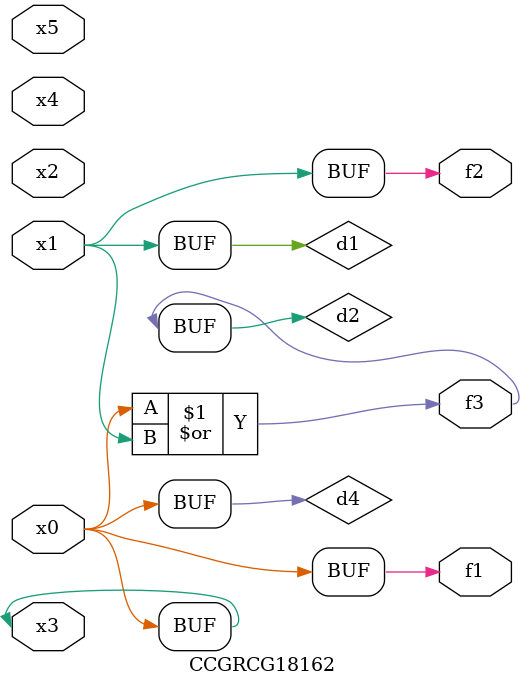
<source format=v>
module CCGRCG18162(
	input x0, x1, x2, x3, x4, x5,
	output f1, f2, f3
);

	wire d1, d2, d3, d4;

	and (d1, x1);
	or (d2, x0, x1);
	nand (d3, x0, x5);
	buf (d4, x0, x3);
	assign f1 = d4;
	assign f2 = d1;
	assign f3 = d2;
endmodule

</source>
